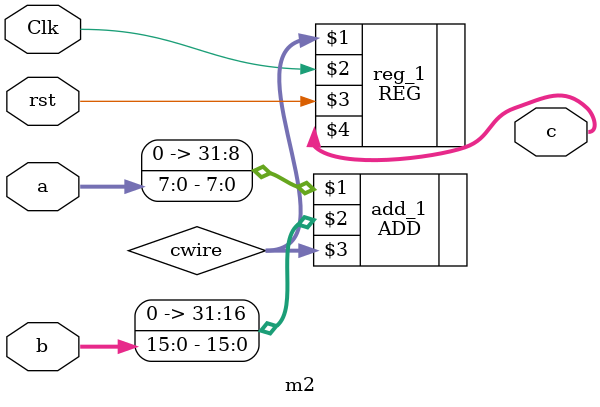
<source format=v>
`timescale 1ns / 1ps

module m2( Clk, rst, a, b, c );
    input Clk, rst;
    input signed [7:0] a;
    input [15:0] b;

    output signed [31:0] c;

    wire signed [31:0] cwire;

    ADD #(32) add_1({{24'b0},a[7:0]}, {{16'b0},b[15:0]}, cwire);
    REG #(32) reg_1(cwire, Clk, rst, c);
endmodule

</source>
